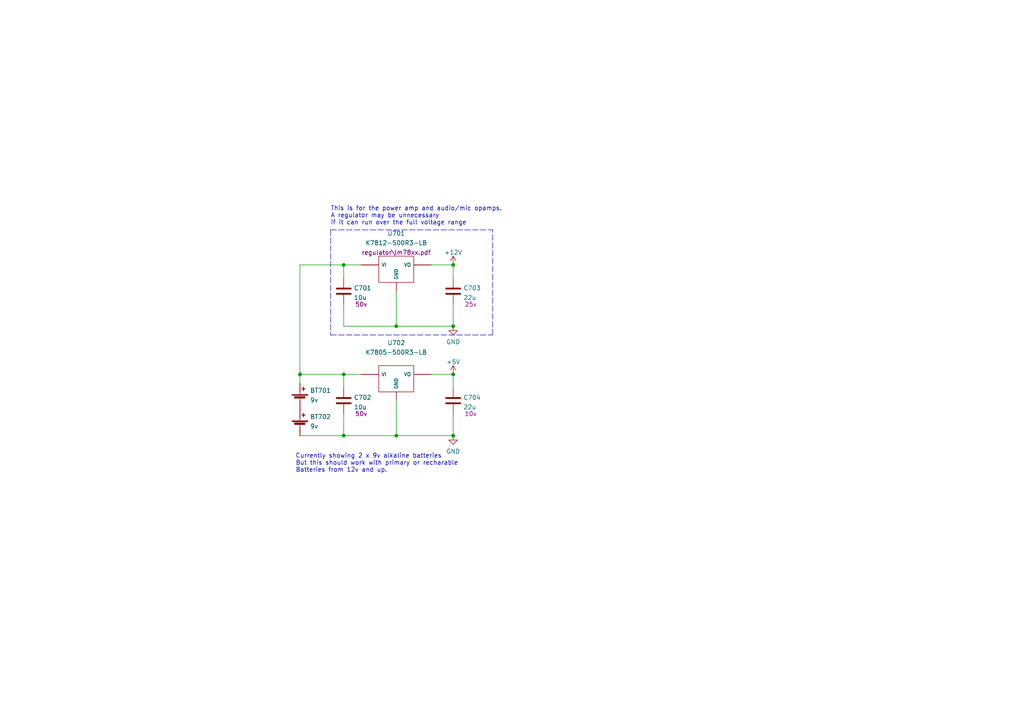
<source format=kicad_sch>
(kicad_sch (version 20211123) (generator eeschema)
  (paper "A4")
  (lib_symbols
    (symbol "Device:Battery_Cell" (pin_numbers hide) (pin_names (offset 0) hide)
      (property "Reference" "BT" (at 2.54 2.54 0))
      (property "Value" "Battery_Cell" (at 2.54 0 0))
      (symbol "Battery_Cell_0_1"
        (rectangle (start -2.286 1.778) (end 2.286 1.524) (fill (type outline)))
        (rectangle (start -1.5748 1.1938) (end 1.4732 0.6858) (fill (type outline)))
        (polyline (pts (xy 0 0.762) (xy 0 0)))
        (polyline (pts (xy 0 1.778) (xy 0 2.54)))
        (polyline (pts (xy 0.508 3.429) (xy 1.524 3.429)) (stroke (width 0.254)))
        (polyline (pts (xy 1.016 3.937) (xy 1.016 2.921)) (stroke (width 0.254)))
      )
      (symbol "Battery_Cell_1_1"
        (pin passive line (at 0 5.08 270) (length 2.54) (name "+") (number "1"))
        (pin passive line (at 0 -2.54 90) (length 2.54) (name "-") (number "2"))
      )
    )
    (symbol "Device:C" (pin_numbers hide) (pin_names (offset 0.254))
      (property "Reference" "C" (at 0.635 2.54 0))
      (property "Value" "C" (at 0.635 -2.54 0))
      (symbol "C_0_1"
        (polyline (pts (xy -2.032 -0.762) (xy 2.032 -0.762)) (stroke (width 0.508)))
        (polyline (pts (xy -2.032 0.762) (xy 2.032 0.762)) (stroke (width 0.508)))
      )
      (symbol "C_1_1"
        (pin passive line (at 0 3.81 270) (length 2.794) (name "~") (number "1"))
        (pin passive line (at 0 -3.81 90) (length 2.794) (name "~") (number "2"))
      )
    )
    (symbol "power:+12V" (power) (pin_names (offset 0))
      (property "Value" "+12V" (at 0 3.556 0))
      (symbol "+12V_0_1"
        (polyline (pts (xy -0.762 1.27) (xy 0 2.54)))
        (polyline (pts (xy 0 0) (xy 0 2.54)))
        (polyline (pts (xy 0 2.54) (xy 0.762 1.27)))
      )
      (symbol "+12V_1_1"
        (pin power_in line (at 0 0 90) (length 0) hide (name "+12V") (number "1"))
      )
    )
    (symbol "power:+5V" (power) (pin_names (offset 0))
      (property "Value" "+5V" (at 0 3.556 0))
      (symbol "+5V_0_1"
        (polyline (pts (xy -0.762 1.27) (xy 0 2.54)))
        (polyline (pts (xy 0 0) (xy 0 2.54)))
        (polyline (pts (xy 0 2.54) (xy 0.762 1.27)))
      )
      (symbol "+5V_1_1"
        (pin power_in line (at 0 0 90) (length 0) hide (name "+5V") (number "1"))
      )
    )
    (symbol "power:GND" (power) (pin_names (offset 0))
      (property "Value" "GND" (at 0 -3.81 0))
      (symbol "GND_0_1"
        (polyline (pts (xy 0 0) (xy 0 -1.27) (xy 1.27 -1.27) (xy 0 -2.54) (xy -1.27 -1.27) (xy 0 -1.27)))
      )
      (symbol "GND_1_1"
        (pin power_in line (at 0 0 270) (length 0) hide (name "GND") (number "1"))
      )
    )
    (symbol "regul_fixed:7805" (pin_numbers hide) (pin_names (offset 0.762))
      (property "Reference" "U" (at 3.81 -4.9784 0))
      (property "Value" "7805" (at 0 5.08 0))
      (property "Datasheet" "regulator\\lm78xx.pdf" (at 0 0 0))
      (symbol "7805_0_1"
        (rectangle (start -5.08 -3.81) (end 5.08 3.81))
      )
      (symbol "7805_1_1"
        (pin input line (at -10.16 1.27 0) (length 5.08) (name "VI") (number "1"))
        (pin input line (at 0 -6.35 90) (length 2.54) (name "GND") (number "2"))
        (pin power_out line (at 10.16 1.27 180) (length 5.08) (name "VO") (number "3"))
      )
    )
  )
  (junction (at 99.695 76.835))
  (junction (at 86.995 108.585))
  (junction (at 99.695 108.585))
  (junction (at 131.445 76.835))
  (junction (at 114.935 94.615))
  (junction (at 99.695 126.365))
  (junction (at 131.445 94.615))
  (junction (at 114.935 126.365))
  (junction (at 131.445 126.365))
  (junction (at 131.445 108.585))
  (wire (pts (xy 125.095 76.835) (xy 131.445 76.835)))
  (wire (pts (xy 99.695 126.365) (xy 114.935 126.365)))
  (wire (pts (xy 99.695 108.585) (xy 99.695 112.395)))
  (wire (pts (xy 114.935 126.365) (xy 131.445 126.365)))
  (wire (pts (xy 99.695 88.265) (xy 99.695 94.615)))
  (wire (pts (xy 99.695 108.585) (xy 104.775 108.585)))
  (polyline (pts (xy 95.885 97.155) (xy 142.875 97.155)))
  (wire (pts (xy 114.935 126.365) (xy 114.935 116.205)))
  (wire (pts (xy 131.445 94.615) (xy 131.445 88.265)))
  (wire (pts (xy 86.995 111.125) (xy 86.995 108.585)))
  (wire (pts (xy 86.995 76.835) (xy 99.695 76.835)))
  (polyline (pts (xy 95.885 66.675) (xy 142.875 66.675)))
  (wire (pts (xy 131.445 126.365) (xy 131.445 120.015)))
  (wire (pts (xy 131.445 76.835) (xy 131.445 80.645)))
  (polyline (pts (xy 95.885 66.675) (xy 95.885 97.155)))
  (wire (pts (xy 131.445 108.585) (xy 131.445 112.395)))
  (wire (pts (xy 86.995 126.365) (xy 99.695 126.365)))
  (wire (pts (xy 99.695 76.835) (xy 104.775 76.835)))
  (wire (pts (xy 86.995 108.585) (xy 99.695 108.585)))
  (wire (pts (xy 99.695 76.835) (xy 99.695 80.645)))
  (wire (pts (xy 86.995 108.585) (xy 86.995 76.835)))
  (polyline (pts (xy 142.875 97.155) (xy 142.875 66.675)))
  (wire (pts (xy 114.935 94.615) (xy 131.445 94.615)))
  (wire (pts (xy 99.695 120.015) (xy 99.695 126.365)))
  (wire (pts (xy 125.095 108.585) (xy 131.445 108.585)))
  (wire (pts (xy 114.935 94.615) (xy 114.935 84.455)))
  (wire (pts (xy 99.695 94.615) (xy 114.935 94.615)))
  (text "Currently showing 2 x 9v alkaline batteries\nBut this should work with primary or recharable\nBatteries from 12v and up." (at 85.725 137.16 0) (effects (font (size 1.27 1.27)) (justify left bottom)))
  (text "This is for the power amp and audio/mic opamps.\nA regulator may be unnecessary\nif it can run over the full voltage range" (at 95.885 65.405 0) (effects (font (size 1.27 1.27)) (justify left bottom)))
  (symbol (lib_id "power:+12V") (at 131.445 76.835 0) (unit 1)
    (property "Reference" "#PWR0701" (effects hide))
    (property "Value" "+12V" (at 131.445 73.2305 0))
  )
  (symbol (lib_id "Device:C") (at 99.695 116.205 0) (unit 1)
    (property "Reference" "C702" (at 102.616 115.2965 0) (effects (justify left)))
    (property "Value" "10u" (at 102.616 118.0716 0) (effects (justify left)))
    (property "Voltage" "50v" (at 104.775 120.015 0))
  )
  (symbol (lib_id "regul_fixed:7805") (at 114.935 109.855 0) (unit 1)
    (property "Reference" "U702" (at 114.935 99.4303 0))
    (property "Value" "K7805-500R3-LB" (at 114.935 102.2054 0))
    (property "Datasheet" "https://www.mornsun-power.com/html/pdf/K7805-500R3-LB.html" (effects hide))
  )
  (symbol (lib_id "Device:Battery_Cell") (at 86.995 123.825 0) (unit 1)
    (property "Reference" "BT702" (at 89.916 120.8845 0) (effects (justify left)))
    (property "Value" "9v" (at 89.916 123.6596 0) (effects (justify left)))
  )
  (symbol (lib_id "Device:C") (at 99.695 84.455 0) (unit 1)
    (property "Reference" "C701" (at 102.616 83.5465 0) (effects (justify left)))
    (property "Value" "10u" (at 102.616 86.3216 0) (effects (justify left)))
    (property "Voltage" "50v" (at 104.775 88.265 0))
  )
  (symbol (lib_id "regul_fixed:7805") (at 114.935 78.105 0) (unit 1)
    (property "Reference" "U701" (at 114.935 67.6803 0))
    (property "Value" "K7812-500R3-LB" (at 114.935 70.4554 0))
    (property "Datasheet" "regulator\\lm78xx.pdf" (at 114.935 73.2305 0))
  )
  (symbol (lib_id "Device:C") (at 131.445 116.205 0) (unit 1)
    (property "Reference" "C704" (at 134.366 115.2965 0) (effects (justify left)))
    (property "Value" "22u" (at 134.366 118.0716 0) (effects (justify left)))
    (property "Voltage" "10v" (at 136.525 120.015 0))
  )
  (symbol (lib_id "Device:C") (at 131.445 84.455 0) (unit 1)
    (property "Reference" "C703" (at 134.366 83.5465 0) (effects (justify left)))
    (property "Value" "22u" (at 134.366 86.3216 0) (effects (justify left)))
    (property "Voltage" "25v" (at 136.525 88.265 0))
  )
  (symbol (lib_id "power:GND") (at 131.445 94.615 0) (unit 1)
    (property "Reference" "#PWR0702" (effects hide))
    (property "Value" "GND" (at 131.445 99.1775 0))
  )
  (symbol (lib_id "Device:Battery_Cell") (at 86.995 116.205 0) (unit 1)
    (property "Reference" "BT701" (at 89.916 113.2645 0) (effects (justify left)))
    (property "Value" "9v" (at 89.916 116.0396 0) (effects (justify left)))
  )
  (symbol (lib_id "power:+5V") (at 131.445 108.585 0) (unit 1)
    (property "Reference" "#PWR0703" (effects hide))
    (property "Value" "+5V" (at 131.445 104.9805 0))
  )
  (symbol (lib_id "power:GND") (at 131.445 126.365 0) (unit 1)
    (property "Reference" "#PWR0704" (effects hide))
    (property "Value" "GND" (at 131.445 130.9275 0))
  )
)
</source>
